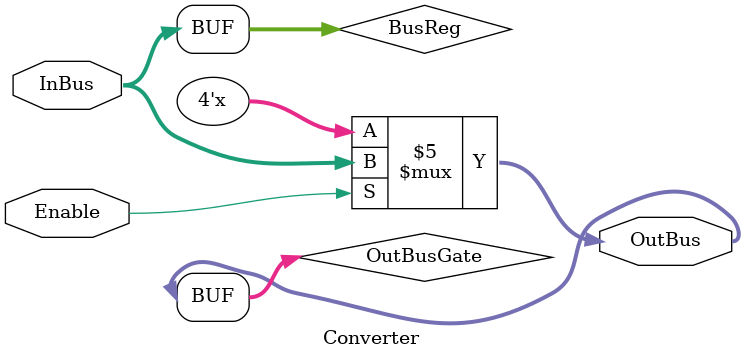
<source format=v>
`timescale 1ns/100ps
module Converter #(parameter pHi = 3, pPad = 0) // defaults.
       (output[pHi+pPad:0] OutBus
       , input[pHi:0] InBus
       , input Enable
       );
  //
  reg[pHi+pPad:0] BusReg      // Retains current count value.
                , OutBusGate; // Retains three-state.
  //
  // Keep BusReg always updated (combinational):
  always@(InBus)
    begin
    // This could be done by concatenation, a later topic:
    BusReg[pHi:0] = InBus;
    if (pPad!=1'b0)
      BusReg[pHi+pPad:pHi+1] = 'b0; // Pad with 0.
    end
  //
  // Next block controls the state of the output drivers:
  always@(Enable, BusReg)
    if (Enable==1'b1)
         #2 OutBusGate = BusReg;
    else #1 OutBusGate = 'bz; // Set high-impedance.
  //
  // Connect output drivers to output pins:
  assign OutBus = OutBusGate;
  //
endmodule // Converter.

</source>
